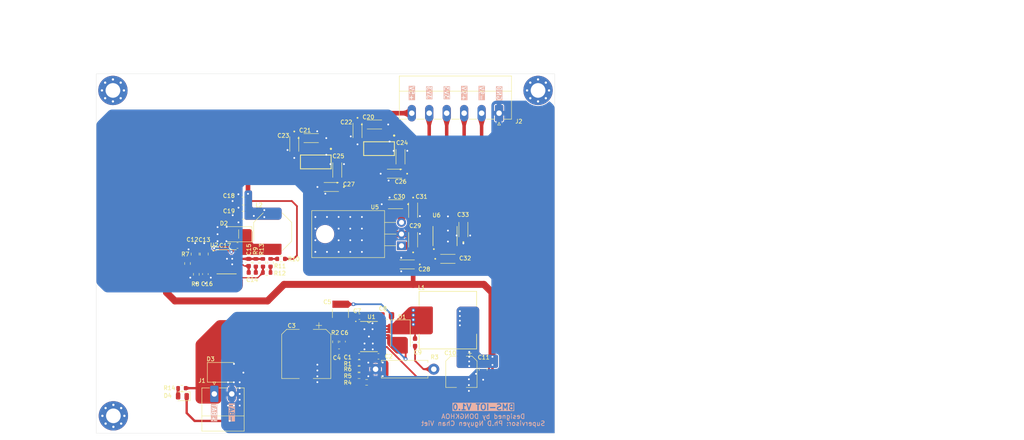
<source format=kicad_pcb>
(kicad_pcb (version 20240108) (generator "pcbnew") (generator_version "8.0")
  (layers (0 "F.Cu" signal) (31 "B.Cu" signal) (34 "B.Paste" user) (35 "F.Paste" user) (36 "B.SilkS" user "B.Silkscreen") (37 "F.SilkS" user "F.Silkscreen") (38 "B.Mask" user) (39 "F.Mask" user) (44 "Edge.Cuts" user))
  (net 0 "")
  (net 1 "GND")
  (net 2 "+BATT")
  (net 3 "Net-(U1-RT)")
  (net 4 "Net-(U1-RAMP)")
  (net 5 "Net-(D4-A)")
  (net 7 "Net-(U1-SS)")
  (net 8 "Net-(C4-Pad2)")
  (net 10 "Net-(U1-COMP)")
  (net 11 "Net-(U1-VCC)")
  (net 12 "Net-(U1-BST)")
  (net 13 "Net-(D1-K)")
  (net 14 "Net-(C9-Pad1)")
  (net 15 "+12V")
  (net 16 "Net-(U2-COMP)")
  (net 17 "Net-(C14-Pad1)")
  (net 18 "Net-(U2-SS)")
  (net 19 "Net-(D2-K)")
  (net 20 "Net-(U2-BOOT)")
  (net 21 "+5V")
  (net 22 "+3V3_O")
  (net 23 "A_Diode")
  (net 24 "+9V")
  (net 25 "Net-(U6-CAP+)")
  (net 26 "Net-(U6-CAP-)")
  (net 27 "-9V")
  (net 28 "+3V3")
  (net 29 "Net-(R4-Pad1)")
  (net 30 "Net-(U1-FB)")
  (net 31 "Net-(U2-EN)")
  (net 32 "Net-(R10-Pad1)")
  (net 33 "Net-(R11-Pad1)")
  (net 34 "Net-(U2-VSENSE)")
  (footprint "charge_battery_footprint_lib:Ceramic_Cap_0805" (layer "F.Cu") (at 60.536656 86.987644 -90)
    (property "Reference" "C12")
    (property "Value" "4.7uF/50V")
  )
  (footprint "charge_battery_footprint_lib:Ceramic_Cap_0805" (layer "F.Cu") (at 71.061056 78.563644)
    (property "Reference" "C19")
    (property "Value" "47uF/6.3V")
  )
  (footprint "charge_battery_footprint_lib:Ceramic_Cap_0603" (layer "F.Cu") (at 100.579456 109.300944)
    (property "Reference" "C2")
    (property "Value" "10nF/100V")
  )
  (footprint "MountingHole:MountingHole_3.2mm_M3_Pad_Via" (layer "F.Cu") (at 42.6482 51.287344)
    (property "Reference" "H1")
    (property "Value" "MountingHole")
  )
  (footprint "charge_battery_footprint_lib:Res_0603" (layer "F.Cu") (at 59.532456 90.412444 90)
    (property "Reference" "R7")
    (property "Value" "100K/1%/1_10W" (hide yes))
  )
  (footprint "charge_battery_footprint_lib:Ceramic_Cap_0603" (layer "F.Cu") (at 69.833056 85.120144)
    (property "Reference" "C17")
    (property "Value" "100nF/16V")
  )
  (footprint "charge_battery_footprint_lib:Ceramic_Cap_0603" (layer "F.Cu") (at 92.756256 106.082942 90)
    (property "Reference" "C6")
    (property "Value" "NU")
  )
  (footprint "charge_battery_footprint_lib:SOIC-8" (layer "F.Cu") (at 67.445456 88.676144)
    (property "Reference" "U2")
    (property "Value" "TPS54331DR")
  )
  (footprint "Capacitor_SMD:CP_Elec_6.3x5.4" (layer "F.Cu") (at 118.677256 112.679144 -90)
    (property "Reference" "C10")
    (property "Value" "100uF/16V")
  )
  (footprint "charge_battery_footprint_lib:Res_Hole_2W" (layer "F.Cu") (at 98.532156 114.112844)
    (property "Reference" "R3")
    (property "Value" "10R/5%/2W" (hide yes))
  )
  (footprint "charge_battery_footprint_lib:Ceramic_Cap_0603" (layer "F.Cu") (at 72.271456 88.816144 -90)
    (property "Reference" "C15")
    (property "Value" "39pF/50V")
  )
  (footprint "charge_battery_footprint_lib:D_SMA" (layer "F.Cu") (at 69.452056 82.656344 180)
    (property "Reference" "D2")
    (property "Value" "SS54")
  )
  (footprint "charge_battery_footprint_lib:Tan_Cap_A" (layer "F.Cu") (at 120.109956 83.938594 90)
    (property "Reference" "C33")
    (property "Value" "10uF/16V")
  )
  (footprint "charge_battery_footprint_lib:Ceramic_Cap_0603" (layer "F.Cu") (at 96.439856 100.639544)
    (property "Reference" "C7")
    (property "Value" "470nF/16V")
  )
  (footprint "charge_battery_footprint_lib:Res_0603" (layer "F.Cu") (at 61.447056 92.764944 90)
    (property "Reference" "R8")
    (property "Value" "20K/1%/1_10W" (hide yes))
  )
  (footprint "charge_battery_footprint_lib:Tan_Cap_A" (layer "F.Cu") (at 107.150356 75.114444 -90)
    (property "Reference" "C31")
    (property "Value" "10uF/16V")
  )
  (footprint "charge_battery_footprint_lib:Tan_Cap_A" (layer "F.Cu") (at 92.593706 70.959544 90)
    (property "Reference" "C25")
    (property "Value" "10uF/16V")
  )
  (footprint "charge_battery_footprint_lib:Res_0603" (layer "F.Cu") (at 97.734456 110.076544 180)
    (property "Reference" "R1")
    (property "Value" "20K/1%/1_10W" (hide yes))
  )
  (footprint "charge_battery_footprint_lib:Res_0603" (layer "F.Cu") (at 74.850056 91.647944)
    (property "Reference" "R12")
    (property "Value" "49.9K/1%/1_10W" (hide yes))
  )
  (footprint "charge_battery_footprint_lib:Ceramic_Cap_0603" (layer "F.Cu") (at 73.046456 91.038344 180)
    (property "Reference" "C14")
    (property "Value" "4.7nF/50V")
  )
  (footprint "charge_battery_footprint_lib:Ceramic_Cap_0603" (layer "F.Cu") (at 108.568056 106.252944 90)
    (property "Reference" "C9")
    (property "Value" "330pF/100V")
  )
  (footprint "charge_battery_footprint_lib:SOT-223" (layer "F.Cu") (at 100.725844 63.764335 -90)
    (property "Reference" "U3" (hide yes))
    (property "Value" "LD1117S33CTR_SOT223" (hide yes))
  )
  (footprint "charge_battery_footprint_lib:D_SMB" (layer "F.Cu") (at 105.367656 105.008344 -90)
    (property "Reference" "D1")
    (property "Value" "CMSH3-100M TR13")
  )
  (footprint "charge_battery_footprint_lib:Tan_Cap_A" (layer "F.Cu") (at 92.593706 71.355244 180)
    (property "Reference" "C27")
    (property "Value" "1uF/16V")
  )
  (footprint "charge_battery_footprint_lib:SOIC-8" (layer "F.Cu") (at 115.108056 83.062744 90)
    (property "Reference" "U6")
    (property "Value" "ICL7662CBA")
  )
  (footprint "charge_battery_footprint_lib:Res_0603" (layer "F.Cu") (at 73.211856 87.507344 -90)
    (property "Reference" "R9")
    (property "Value" "30K/1%/1_10W" (hide yes))
  )
  (footprint "charge_battery_footprint_lib:Tan_Cap_A" (layer "F.Cu") (at 106.606056 75.114444 180)
    (property "Reference" "C30")
    (property "Value" "1uF/16V")
  )
  (footprint "charge_battery_footprint_lib:LED_0805" (layer "F.Cu") (at 57.805656 118.013144 180)
    (property "Reference" "D4")
    (property "Value" "LED_0805")
  )
  (footprint "charge_battery_footprint_lib:Res_0603" (layer "F.Cu") (at 77.642656 90.224944 90)
    (property "Reference" "R11")
    (property "Value" "2.49K/1%/1_10W" (hide yes))
  )
  (footprint "Package_TO_SOT_THT:TO-220-3_Horizontal_TabDown" (layer "F.Cu") (at 105.606056 85.170944 90)
    (property "Reference" "U5")
    (property "Value" "L7809CV")
  )
  (footprint "charge_battery_footprint_lib:Res_0603" (layer "F.Cu") (at 74.774256 87.507344 -90)
    (property "Reference" "R13")
    (property "Value" "10K/1%/1_10W" (hide yes))
  )
  (footprint "charge_battery_footprint_lib:Ceramic_Cap_0805" (layer "F.Cu") (at 123.477856 112.095144 90)
    (property "Reference" "C11")
    (property "Value" "22uF/16V")
  )
  (footprint "charge_battery_footprint_lib:Tan_Cap_A" (layer "F.Cu") (at 109.150356 86.170944 90)
    (property "Reference" "C29")
    (property "Value" "1uF/16V")
  )
  (footprint "charge_battery_footprint_lib:Res_0603" (layer "F.Cu") (at 59.051956 115.639144 180)
    (property "Reference" "R14")
    (property "Value" "10K/1%/1_10W" (hide yes))
  )
  (footprint "charge_battery_footprint_lib:Tan_Cap_A" (layer "F.Cu") (at 106.391956 68.062344 90)
    (property "Reference" "C24")
    (property "Value" "10uF/16V")
  )
  (footprint "Connector_Phoenix_MC:PhoenixContact_MC_1,5_6-G-3.81_1x06_P3.81mm_Horizontal" (layer "F.Cu") (at 126.899056 56.251844 180)
    (property "Reference" "J2")
    (property "Value" "POWER_CONN")
  )
  (footprint "charge_battery_footprint_lib:Inductor_6.8u_4.4A" (layer "F.Cu") (at 77.503856 82.124044 90)
    (property "Reference" "L2")
    (property "Value" "6.8u/4.4A")
  )
  (footprint "charge_battery_footprint_lib:D_SMB" (layer "F.Cu") (at 66.915256 112.792244)
    (property "Reference" "D3")
    (property "Value" "CMSH3-100M TR13")
  )
  (footprint "charge_battery_footprint_lib:Res_0603" (layer "F.Cu") (at 96.643256 115.586544)
    (property "Reference" "R4")
    (property "Value" "2K/1%/1_10W" (hide yes))
  )
  (footprint "charge_battery_footprint_lib:IND_CDRH127_LDNP-470MC_SUM" (layer "F.Cu") (at 115.730856 101.401544)
    (property "Reference" "L1")
    (property "Value" "68uH 3.2A" (hide yes))
  )
  (footprint "charge_battery_footprint_lib:Tan_Cap_A" (layer "F.Cu") (at 106.391956 68.453935 180)
    (property "Reference" "C26")
    (property "Value" "1uF/16V")
  )
  (footprint "Connector_Phoenix_MC:PhoenixContact_MC_1,5_2-G-3.81_1x02_P3.81mm_Horizontal" (layer "F.Cu") (at 64.765256 117.505144)
    (property "Reference" "J1")
    (property "Value" "BAT")
  )
  (footprint "charge_battery_footprint_lib:HTSSOP-20" (layer "F.Cu") (at 98.509656 104.982944)
    (property "Reference" "U1")
    (property "Value" "LM5576MHX/NOPB")
  )
  (footprint "charge_battery_footprint_lib:Res_0603" (layer "F.Cu") (at 94.992256 114.125144)
    (property "Reference" "R5")
    (property "Value" "6.8K/1%/1_10W" (hide yes))
  )
  (footprint "charge_battery_footprint_lib:Ceramic_Cap_0805" (layer "F.Cu") (at 102.375956 100.440344)
    (property "Reference" "C8")
    (property "Value" "22nF/100V")
  )
  (footprint "charge_battery_footprint_lib:Tan_Cap_A" (layer "F.Cu") (at 83.608006 62.690044)
    (property "Reference" "C21")
    (property "Value" "10uF/16V")
  )
  (footprint "charge_battery_footprint_lib:Ceramic_Cap_0603" (layer "F.Cu") (at 91.981256 108.284944 180)
    (property "Reference" "C4")
    (property "Value" "10nF/100V")
  )
  (footprint "charge_battery_footprint_lib:Tan_Cap_A" (layer "F.Cu") (at 113.424056 89.029844)
    (property "Reference" "C32")
    (property "Value" "10uF/16V")
  )
  (footprint "MountingHole:MountingHole_3.2mm_M3_Pad_Via" (layer "F.Cu") (at 42.7482 122.287344)
    (property "Reference" "H2")
    (property "Value" "MountingHole")
  )
  (footprint "charge_battery_footprint_lib:Res_0603" (layer "F.Cu") (at 97.709056 111.485344 180)
    (property "Reference" "R6")
    (property "Value" "1K/1%/1_10W" (hide yes))
  )
  (footprint "charge_battery_footprint_lib:Tan_Cap_A" (layer "F.Cu") (at 81.214494 60.690044 -90)
    (property "Reference" "C23")
    (property "Value" "1uF/16V")
  )
  (footprint "Capacitor_SMD:CP_Elec_10x10.5" (layer "F.Cu") (at 84.831256 108.783444 -90)
    (property "Reference" "C3")
    (property "Value" "100uF/63V")
  )
  (footprint "charge_battery_footprint_lib:Ceramic_Cap_0603" (layer "F.Cu") (at 62.818656 91.356144 90)
    (property "Reference" "C16")
    (property "Value" "10nF/50V")
  )
  (footprint "MountingHole:MountingHole_3.2mm_M3_Pad_Via" (layer "F.Cu") (at 135.402656 51.287344)
    (property "Reference" "H3")
    (property "Value" "MountingHole")
  )
  (footprint "charge_battery_footprint_lib:SOT-223" (layer "F.Cu") (at 86.927594 66.661535 -90)
    (property "Reference" "U4" (hide yes))
    (property "Value" "LD1117S33CTR_SOT223" (hide yes))
  )
  (footprint "charge_battery_footprint_lib:Tan_Cap_A" (layer "F.Cu") (at 109.150356 88.246244 180)
    (property "Reference" "C28")
    (property "Value" "10uF/16V")
  )
  (footprint "charge_battery_footprint_lib:Ceramic_Cap_1812" (layer "F.Cu") (at 92.286656 99.953744 -90)
    (property "Reference" "C5")
    (property "Value" "100nF/1KV")
  )
  (footprint "charge_battery_footprint_lib:Tan_Cap_A" (layer "F.Cu") (at 97.406256 59.718244)
    (property "Reference" "C22")
    (property "Value" "1uF/16V")
  )
  (footprint "charge_battery_footprint_lib:Tan_Cap_A" (layer "F.Cu") (at 95.012744 57.718244 -90)
    (property "Reference" "C20")
    (property "Value" "10uF/16V")
  )
  (footprint "charge_battery_footprint_lib:Res_0603" (layer "F.Cu") (at 91.815856 107.491742 90)
    (property "Reference" "R2")
    (property "Value" "49.9K/1%/1_10W" (hide yes))
  )
  (footprint "charge_battery_footprint_lib:Ceramic_Cap_0805" (layer "F.Cu") (at 71.061056 75.468144)
    (property "Reference" "C18")
    (property "Value" "47uF/6.3V")
  )
  (footprint "charge_battery_footprint_lib:Ceramic_Cap_0603" (layer "F.Cu") (at 96.376056 109.300944 180)
    (property "Reference" "C1")
    (property "Value" "680pF/100V")
  )
  (footprint "charge_battery_footprint_lib:Ceramic_Cap_0805" (layer "F.Cu") (at 62.517856 86.987644 -90)
    (property "Reference" "C13")
    (property "Value" "100nF/50V")
  )
  (footprint "charge_battery_footprint_lib:Res_0603" (layer "F.Cu") (at 77.974656 88.650744)
    (property "Reference" "R10")
    (property "Value" "0/1%/1_10W" (hide yes))
  )
  (gr_rect (start 39.0264 47.670744) (end 139.0264 126.080744) (stroke (width 0.05)) (fill none) (layer "Edge.Cuts"))
  (gr_text "BMS-IOT V1.0" (at 130.398856 121.137344 0) (layer "B.SilkS" knockout) (effects (font (size 1.27 1.27) (thickness 0.254) (bold yes)) (justify left bottom mirror)))
  (gr_text "Supervisor: Ph.D Nguyen Chan Viet" (at 137.027045 124.540944 0) (layer "B.SilkS") (effects (font (size 1.016 1.016) (thickness 0.1524) (bold yes)) (justify left bottom mirror)))
  (gr_text "-9V" (at 122.474056 53.573344 -90) (layer "B.SilkS" knockout) (effects (font (size 1.016 1.016) (thickness 0.1524)) (justify left bottom mirror)))
  (gr_text "Designed by DONGKHOA" (at 132.648569 123.016944 0) (layer "B.SilkS") (effects (font (size 1.016 1.016) (thickness 0.1524) (bold yes)) (justify left bottom mirror)))
  (gr_text "3V3" (at 111.044056 53.283058 -90) (layer "B.SilkS" knockout) (effects (font (size 1.016 1.016) (thickness 0.1524)) (justify left bottom mirror)))
  (gr_text "-BAT" (at 67.940256 123.677344 270) (layer "B.SilkS" knockout) (effects (font (size 1.016 1.016) (thickness 0.1524)) (justify left bottom mirror)))
  (gr_text "+5V" (at 107.234056 53.573344 -90) (layer "B.SilkS" knockout) (effects (font (size 1.016 1.016) (thickness 0.1524)) (justify left bottom mirror)))
  (gr_text "+9V" (at 118.664056 53.573344 -90) (layer "B.SilkS" knockout) (effects (font (size 1.016 1.016) (thickness 0.1524)) (justify left bottom mirror)))
  (gr_text "3V3" (at 114.854056 53.283058 -90) (layer "B.SilkS" knockout) (effects (font (size 1.016 1.016) (thickness 0.1524)) (justify left bottom mirror)))
  (gr_text "+BAT" (at 64.079456 123.677344 270) (layer "B.SilkS" knockout) (effects (font (size 1.016 1.016) (thickness 0.1524)) (justify left bottom mirror)))
  (gr_text "GND" (at 126.284056 53.573344 -90) (layer "B.SilkS" knockout) (effects (font (size 1.016 1.016) (thickness 0.1524)) (justify left bottom mirror)))
  (segment (start 115.743056 80.338594) (end 115.743056 78.770144) (width 0.508) (layer "F.Cu") (net 1))
  (segment (start 89.200056 61.690044) (end 90.839756 61.690044) (width 1.016) (layer "F.Cu") (net 1))
  (segment (start 115.743056 80.338594) (end 115.743056 81.868944) (width 0.508) (layer "F.Cu") (net 1))
  (segment (start 90.839756 61.690044) (end 91.593706 62.443994) (width 1.016) (layer "F.Cu") (net 1))
  (segment (start 105.391956 59.605244) (end 105.391956 60.913944) (width 1.016) (layer "F.Cu") (net 1))
  (segment (start 62.718656 92.231144) (end 62.818656 92.131144) (width 0.254) (layer "F.Cu") (net 1))
  (segment (start 90.114456 67.359544) (end 91.593706 67.359544) (width 0.508) (layer "F.Cu") (net 1))
  (segment (start 103.006056 82.630944) (end 103.006056 88.461344) (width 1.016) (layer "F.Cu") (net 1))
  (segment (start 99.448857 106.607945) (end 99.347856 106.506944) (width 0.381) (layer "F.Cu") (net 1))
  (segment (start 89.208006 63.809544) (end 91.593706 63.809544) (width 1.016) (layer "F.Cu") (net 1))
  (segment (start 87.218856 61.679194) (end 87.208006 61.690044) (width 0.508) (layer "F.Cu") (net 1))
  (segment (start 102.791956 69.453935) (end 102.791956 70.946944) (width 0.508) (layer "F.Cu") (net 1))
  (segment (start 102.712856 58.718244) (end 104.504956 58.718244) (width 1.016) (layer "F.Cu") (net 1))
  (segment (start 94.534056 61.318244) (end 96.012744 61.318244) (width 0.508) (layer "F.Cu") (net 1))
  (segment (start 99.484658 105.957946) (end 101.354456 105.957946) (width 0.381) (layer "F.Cu") (net 1))
  (segment (start 103.906656 64.462344) (end 105.391956 64.462344) (width 0.508) (layer "F.Cu") (net 1))
  (segment (start 108.150356 78.714444) (end 109.621656 78.714444) (width 0.762) (layer "F.Cu") (net 1))
  (segment (start 101.290456 76.114444) (end 103.006056 76.114444) (width 0.762) (layer "F.Cu") (net 1))
  (segment (start 58.743156 118.013144) (end 58.743156 121.668444) (width 0.508) (layer "F.Cu") (net 1))
  (segment (start 91.593706 67.359544) (end 93.060856 67.359544) (width 0.508) (layer "F.Cu") (net 1))
  (segment (start 87.208006 61.690044) (end 89.200056 61.690044) (width 1.016) (layer "F.Cu") (net 1))
  (segment (start 108.150356 78.714444) (end 108.150356 82.570944) (width 1.016) (layer "F.Cu") (net 1))
  (segment (start 101.006256 58.718244) (end 102.712856 58.718244) (width 1.016) (layer "F.Cu") (net 1))
  (segment (start 89.208006 65.333544) (end 89.208006 63.809544) (width 0.508) (layer "F.Cu") (net 1))
  (segment (start 58.743156 121.668444) (end 60.472656 123.397944) (width 0.508) (layer "F.Cu") (net 1))
  (segment (start 87.218856 60.202744) (end 87.218856 61.679194) (width 0.508) (layer "F.Cu") (net 1))
  (segment (start 102.791956 69.453935) (end 101.061856 69.453935) (width 0.508) (layer "F.Cu") (net 1))
  (segment (start 97.175256 112.094944) (end 97.175256 110.711544) (width 0.508) (layer "F.Cu") (net 1))
  (segment (start 60.837456 92.231144) (end 62.718656 92.231144) (width 0.254) (layer "F.Cu") (net 1))
  (segment (start 105.606056 82.630944) (end 103.006056 82.630944) (width 1.016) (layer "F.Cu") (net 1))
  (segment (start 119.109956 82.938594) (end 120.594456 82.938594) (width 0.508) (layer "F.Cu") (net 1))
  (segment (start 70.169606 88.041144) (end 72.271456 88.041144) (width 0.508) (layer "F.Cu") (net 1))
  (segment (start 115.743056 85.786894) (end 115.743056 84.256544) (width 0.508) (layer "F.Cu") (net 1))
  (segment (start 82.214494 64.290044) (end 80.741856 64.290044) (width 0.508) (layer "F.Cu") (net 1))
  (segment (start 119.109956 82.938594) (end 119.109956 84.662944) (width 0.508) (layer "F.Cu") (net 1))
  (segment (start 95.664856 107.907942) (end 96.757056 107.907942) (width 0.381) (layer "F.Cu") (net 1))
  (segment (start 123.427056 113.116644) (end 123.427056 114.406344) (width 0.508) (layer "F.Cu") (net 1))
  (segment (start 103.006056 74.655344) (end 103.006056 76.114444) (width 0.762) (layer "F.Cu") (net 1))
  (segment (start 101.100181 58.704144) (end 101.020356 58.704144) (width 1.016) (layer "F.Cu") (net 1))
  (segment (start 62.568656 85.966144) (end 60.587456 85.966144) (width 0.508) (layer "F.Cu") (net 1))
  (segment (start 82.214494 64.290044) (end 82.214494 66.019344) (width 0.508) (layer "F.Cu") (net 1))
  (segment (start 106.878456 64.462344) (end 105.391956 64.462344) (width 0.508) (layer "F.Cu") (net 1))
  (segment (start 105.550356 90.758944) (end 105.550356 89.246244) (width 0.762) (layer "F.Cu") (net 1))
  (segment (start 108.090356 82.630944) (end 108.150356 82.570944) (width 1.016) (layer "F.Cu") (net 1))
  (segment (start 72.271456 88.041144) (end 73.821456 88.041144) (width 0.381) (layer "F.Cu") (net 1))
  (segment (start 97.544456 107.120542) (end 97.544456 106.506944) (width 0.381) (layer "F.Cu") (net 1))
  (segment (start 117.648056 82.938594) (end 119.109956 82.938594) (width 0.508) (layer "F.Cu") (net 1))
  (segment (start 105.390356 60.912344) (end 105.391956 60.913944) (width 1.016) (layer "F.Cu") (net 1))
  (segment (start 123.427056 113.116644) (end 121.864456 113.116644) (width 0.508) (layer "F.Cu") (net 1))
  (segment (start 97.200656 109.350544) (end 97.151056 109.300944) (width 0.508) (layer "F.Cu") (net 1))
  (segment (start 91.593706 62.443994) (end 91.593706 63.809544) (width 1.016) (layer "F.Cu") (net 1))
  (segment (start 88.993706 72.355244) (end 88.993706 73.817144) (width 0.508) (layer "F.Cu") (net 1))
  (segment (start 88.993706 72.355244) (end 87.269656 72.355244) (width 0.508) (layer "F.Cu") (net 1))
  (segment (start 97.214856 103.078544) (end 97.519056 103.382744) (width 0.381) (layer "F.Cu") (net 1))
  (segment (start 96.757056 107.907942) (end 97.544456 107.120542) (width 0.381) (layer "F.Cu") (net 1))
  (segment (start 97.214856 100.639544) (end 97.214856 103.078544) (width 0.381) (layer "F.Cu") (net 1))
  (segment (start 101.354456 106.607945) (end 99.448857 106.607945) (width 0.381) (layer "F.Cu") (net 1))
  (segment (start 91.593706 63.809544) (end 91.593706 67.359544) (width 1.016) (layer "F.Cu") (net 1))
  (segment (start 73.821456 88.041144) (end 75.383856 88.041144) (width 0.381) (layer "F.Cu") (net 1))
  (segment (start 103.006056 76.114444) (end 103.006056 82.630944) (width 1.016) (layer "F.Cu") (net 1))
  (segment (start 105.550356 87.787144) (end 105.550356 89.246244) (width 0.762) (layer "F.Cu") (net 1))
  (segment (start 104.504956 58.718244) (end 105.391956 59.605244) (width 1.016) (layer "F.Cu") (net 1))
  (segment (start 60.472656 123.397944) (end 68.118056 123.397944) (width 0.508) (layer "F.Cu") (net 1))
  (segment (start 103.006256 60.912344) (end 105.390356 60.912344) (width 1.016) (layer "F.Cu") (net 1))
  (segment (start 103.790956 89.246244) (end 105.550356 89.246244) (width 1.016) (layer "F.Cu") (net 1))
  (segment (start 96.012744 61.318244) (end 96.012744 63.047544) (width 0.508) (layer "F.Cu") (net 1))
  (segment (start 108.150356 82.570944) (end 109.621656 82.570944) (width 0.762) (layer "F.Cu") (net 1))
  (segment (start 97.200656 110.686144) (end 97.200656 109.350544) (width 0.508) (layer "F.Cu") (net 1))
  (segment (start 103.006256 62.437944) (end 103.006256 60.912344) (width 0.508) (layer "F.Cu") (net 1))
  (segment (start 105.606056 82.630944) (end 108.090356 82.630944) (width 1.016) (layer "F.Cu") (net 1))
  (segment (start 101.020356 58.704144) (end 101.006256 58.718244) (width 1.016) (layer "F.Cu") (net 1))
  (segment (start 105.391956 60.913944) (end 105.391956 64.279719) (width 1.016) (layer "F.Cu") (net 1))
  (segment (start 97.175256 110.711544) (end 97.200656 110.686144) (width 0.508) (layer "F.Cu") (net 1))
  (segment (start 103.006056 88.461344) (end 103.790956 89.246244) (width 1.016) (layer "F.Cu") (net 1))
  (via (at 121.864456 113.116644) (size 0.8) (drill 0.4) (layers "F.Cu" "B.Cu") (net 1))
  (via (at 68.676856 89.230221) (size 0.8) (drill 0.4) (layers "F.Cu" "B.Cu") (net 1))
  (via (at 109.621656 78.714444) (size 0.8) (drill 0.4) (layers "F.Cu" "B.Cu") (net 1))
  (via (at 94.432456 78.897144) (size 0.8) (drill 0.4) (layers "F.Cu" "B.Cu") (net 1))
  (via (at 86.812456 78.897144) (size 0.8) (drill 0.4) (layers "F.Cu" "B.Cu") (net 1))
  (via (at 98.369456 110.672544) (size 0.8) (drill 0.4) (layers "F.Cu" "B.Cu") (net 1))
  (via (at 115.743056 84.256544) (size 0.8) (drill 0.4) (layers "F.Cu" "B.Cu") (net 1))
  (via (at 96.972456 86.517144) (size 0.8) (drill 0.4) (layers "F.Cu" "B.Cu") (net 1))
  (via (at 97.544456 106.506944) (size 0.8) (drill 0.4) (layers "F.Cu" "B.Cu") (net 1))
  (via (at 65.476456 84.180344) (size 0.8) (drill 0.4) (layers "F.Cu" "B.Cu") (net 1))
  (via (at 68.778456 78.516144) (size 0.8) (drill 0.4) (layers "F.Cu" "B.Cu") (net 1))
  (via (at 65.476456 82.656344) (size 0.8) (drill 0.4) (layers "F.Cu" "B.Cu") (net 1))
  (via (at 96.972456 83.977144) (size 0.8) (drill 0.4) (layers "F.Cu" "B.Cu") (net 1))
  (via (at 70.302456 116.235144) (size 0.8) (drill 0.4) (layers "F.Cu" "B.Cu") (net 1))
  (via (at 120.315056 114.304744) (size 0.8) (drill 0.4) (layers "F.Cu" "B.Cu") (net 1))
  (via (at 69.032456 114.965144) (size 0.8) (drill 0.4) (layers "F.Cu" "B.Cu") (net 1))
  (via (at 89.208006 65.333544) (size 0.8) (drill 0.4) (layers "F.Cu" "B.Cu") (net 1))
  (via (at 87.218856 60.202744) (size 0.8) (drill 0.4) (layers "F.Cu" "B.Cu") (net 1))
  (via (at 87.256456 114.930445) (size 0.8) (drill 0.4) (layers "F.Cu" "B.Cu") (net 1))
  (via (at 67.533856 88.015744) (size 0.8) (drill 0.4) (layers "F.Cu" "B.Cu") (net 1))
  (via (at 94.432456 81.437144) (size 0.8) (drill 0.4) (layers "F.Cu" "B.Cu") (net 1))
  (via (at 117.648056 82.938594) (size 0.8) (drill 0.4) (layers "F.Cu" "B.Cu") (net 1))
  (via (at 101.519056 110.647144) (size 0.8) (drill 0.4) (layers "F.Cu" "B.Cu") (net 1))
  (via (at 60.587456 84.612144) (size 0.8) (drill 0.4) (layers "F.Cu" "B.Cu") (net 1))
  (via (at 86.812456 83.977144) (size 0.8) (drill 0.4) (layers "F.Cu" "B.Cu") (net 1))
  (via (at 96.972456 81.437144) (size 0.8) (drill 0.4) (layers "F.Cu" "B.Cu") (net 1))
  (via (at 99.283856 102.087344) (size 0.8) (drill 0.4) (layers "F.Cu" "B.Cu") (net 1))
  (via (at 87.256456 112.390445) (size 0.8) (drill 0.4) (layers "F.Cu" "B.Cu") (net 1))
  (via (at 68.676856 88.015744) (size 0.8) (drill 0.4) (layers "F.Cu" "B.Cu") (net 1))
  (via (at 87.256456 113.660445) (size 0.8) (drill 0.4) (layers "F.Cu" "B.Cu") (net 1))
  (via (at 91.892456 86.517144) (size 0.8) (drill 0.4) (layers "F.Cu" "B.Cu") (net 1))
  (via (at 98.509656 104.982944) (size 0.8) (drill 0.4) (layers "F.Cu" "B.Cu") (net 1))
  (via (at 97.531256 107.776944) (size 0.8) (drill 0.4) (layers "F.Cu" "B.Cu") (net 1))
  (via (at 67.762456 120.045144) (size 0.8) (drill 0.4) (layers "F.Cu" "B.Cu") (net 1))
  (via (at 89.352456 86.517144) (size 0.8) (drill 0.4) (layers "F.Cu" "B.Cu") (net 1))
  (via (at 70.048456 76.865144) (size 0.8) (drill 0.4) (layers "F.Cu" "B.Cu") (net 1))
  (via (at 105.550356 87.787144) (size 0.8) (drill 0.4) (layers "F.Cu" "B.Cu") (net 1))
  (via (at 105.550356 90.758944) (size 0.8) (drill 0.4) (layers "F.Cu" "B.Cu") (net 1))
  (via (at 64.003256 92.130544) (size 0.8) (drill 0.4) (layers "F.Cu" "B.Cu") (net 1))
  (via (at 103.006056 74.655344) (size 0.8) (drill 0.4) (layers "F.Cu" "B.Cu") (net 1))
  (via (at 70.302456 117.505144) (size 0.8) (drill 0.4) (layers "F.Cu" "B.Cu") (net 1))
  (via (at 69.032456 120.045144) (size 0.8) (drill 0.4) (layers "F.Cu" "B.Cu") (net 1))
  (via (at 96.012744 63.047544) (size 0.8) (drill 0.4) (layers "F.Cu" "B.Cu") (net 1))
  (via (at 90.114456 67.359544) (size 0.8) (drill 0.4) (layers "F.Cu" "B.Cu") (net 1))
  (via (at 70.302456 114.965144) (size 0.8) (drill 0.4) (layers "F.Cu" "B.Cu") (net 1))
  (via (at 97.519056 103.382744) (size 0.8) (drill 0.4) (layers "F.Cu" "B.Cu") (net 1))
  (via (at 86.812456 81.437144) (size 0.8) (drill 0.4) (layers "F.Cu" "B.Cu") (net 1))
  (via (at 115.743056 78.770144) (size 0.8) (drill 0.4) (layers "F.Cu" "B.Cu") (net 1))
  (via (at 60.837456 93.400544) (size 0.8) (drill 0.4) (layers "F.Cu" "B.Cu") (net 1))
  (via (at 91.892456 83.977144) (size 0.8) (drill 0.4) (layers "F.Cu" "B.Cu") (net 1))
  (via (at 89.200056 61.690044) (size 0.8) (drill 0.4) (layers "F.Cu" "B.Cu") (net 1))
  (via (at 102.712856 58.718244) (size 0.8) (drill 0.4) (layers "F.Cu" "B.Cu") (net 1))
  (via (at 99.297056 103.382744) (size 0.8) (drill 0.4) (layers "F.Cu" "B.Cu") (net 1))
  (via (at 91.892456 78.897144) (size 0.8) (drill 0.4) (layers "F.Cu" "B.Cu") (net 1))
  (via (at 94.432456 86.517144) (size 0.8) (drill 0.4) (layers "F.Cu" "B.Cu") (net 1))
  (via (at 120.315056 116.844744) (size 0.8) (drill 0.4) (layers "F.Cu" "B.Cu") (net 1))
  (via (at 99.334656 107.776944) (size 0.8) (drill 0.4) (layers "F.Cu" "B.Cu") (net 1))
  (via (at 65.476456 81.106944) (size 0.8) (drill 0.4) (layers "F.Cu" "B.Cu") (net 1))
  (via (at 88.993706 73.817144) (size 0.8) (drill 0.4) (layers "F.Cu" "B.Cu") (net 1))
  (via (at 106.878456 64.462344) (size 0.8) (drill 0.4) (layers "F.Cu" "B.Cu") (net 1))
  (via (at 103.906656 64.462344) (size 0.8) (drill 0.4) (layers "F.Cu" "B.Cu") (net 1))
  (via (at 59.532856 92.131144) (size 0.8) (drill 0.4) (layers "F.Cu" "B.Cu") (net 1))
  (via (at 71.115256 112.856944) (size 0.8) (drill 0.4) (layers "F.Cu" "B.Cu") (net 1))
  (via (at 70.023056 73.944144) (size 0.8) (drill 0.4) (layers "F.Cu" "B.Cu") (net 1))
  (via (at 120.594456 82.938594) (size 0.8) (drill 0.4) (layers "F.Cu" "B.Cu") (net 1))
  (via (at 62.818656 93.400544) (size 0.8) (drill 0.4) (layers "F.Cu" "B.Cu") (net 1))
  (via (at 91.892456 81.437144) (size 0.8) (drill 0.4) (layers "F.Cu" "B.Cu") (net 1))
  (via (at 68.753056 75.417344) (size 0.8) (drill 0.4) (layers "F.Cu" "B.Cu") (net 1))
  (via (at 89.352456 78.897144) (size 0.8) (drill 0.4) (layers "F.Cu" "B.Cu") (net 1))
  (via (at 69.057856 110.951944) (size 0.8) (drill 0.4) (layers "F.Cu" "B.Cu") (net 1))
  (via (at 93.060856 67.359544) (size 0.8) (drill 0.4) (layers "F.Cu" "B.Cu") (net 1))
  (via (at 80.741856 64.290044) (size 0.8) (drill 0.4) (layers "F.Cu" "B.Cu") (net 1))
  (via (at 70.302456 118.775144) (size 0.8) (drill 0.4) (layers "F.Cu" "B.Cu") (net 1))
  (via (at 86.812456 86.517144) (size 0.8) (drill 0.4) (layers "F.Cu" "B.Cu") (net 1))
  (via (at 123.427056 114.406344) (size 0.8) (drill 0.4) (layers "F.Cu" "B.Cu") (net 1))
  (via (at 70.039556 80.065544) (size 0.8) (drill 0.4) (layers "F.Cu" "B.Cu") (net 1))
  (via (at 82.214494 66.019344) (size 0.8) (drill 0.4) (layers "F.Cu" "B.Cu") (net 1))
  (via (at 96.972456 78.897144) (size 0.8) (drill 0.4) (layers "F.Cu" "B.Cu") (net 1))
  (via (at 101.519056 113.618944) (size 0.8) (drill 0.4) (layers "F.Cu" "B.Cu") (net 1))
  (via (at 109.621656 82.570944) (size 0.8) (drill 0.4) (layers "F.Cu" "B.Cu") (net 1))
  (via (at 101.061856 69.453935) (size 0.8) (drill 0.4) (layers "F.Cu" "B.Cu") (net 1))
  (via (at 94.534056 61.318244) (size 0.8) (drill 0.4) (layers "F.Cu" "B.Cu") (net 1))
  (via (at 67.762456 114.965144) (size 0.8) (drill 0.4) (layers "F.Cu" "B.Cu") (net 1))
  (via (at 103.006256 62.437944) (size 0.8) (drill 0.4) (layers "F.Cu" "B.Cu") (net 1))
  (via (at 68.118056 123.397944) (size 0.8) (drill 0.4) (layers "F.Cu" "B.Cu") (net 1))
  (via (at 94.432456 83.977144) (size 0.8) (drill 0.4) (layers "F.Cu" "B.Cu") (net 1))
  (via (at 115.743056 81.868944) (size 0.8) (drill 0.4) (layers "F.Cu" "B.Cu") (net 1))
  (via (at 62.568656 84.612144) (size 0.8) (drill 0.4) (layers "F.Cu" "B.Cu") (net 1))
  (via (at 99.347856 106.506944) (size 0.8) (drill 0.4) (layers "F.Cu" "B.Cu") (net 1))
  (via (at 70.302456 120.045144) (size 0.8) (drill 0.4) (layers "F.Cu" "B.Cu") (net 1))
  (via (at 102.791956 70.946944) (size 0.8) (drill 0.4) (layers "F.Cu" "B.Cu") (net 1))
  (via (at 87.269656 72.355244) (size 0.8) (drill 0.4) (layers "F.Cu" "B.Cu") (net 1))
  (via (at 101.290456 76.114444) (size 0.8) (drill 0.4) (layers "F.Cu" "B.Cu") (net 1))
  (via (at 67.457656 81.056144) (size 0.8) (drill 0.4) (layers "F.Cu" "B.Cu") (net 1))
  (via (at 119.109956 84.662944) (size 0.8) (drill 0.4) (layers "F.Cu" "B.Cu") (net 1))
  (via (at 67.406856 84.180344) (size 0.8) (drill 0.4) (layers "F.Cu" "B.Cu") (net 1))
  (via (at 59.151856 85.966144) (size 0.8) (drill 0.4) (layers "F.Cu" "B.Cu") (net 1))
  (via (at 98.369456 113.644344) (size 0.8) (drill 0.4) (layers "F.Cu" "B.Cu") (net 1))
  (via (at 120.315056 115.574744) (size 0.8) (drill 0.4) (layers "F.Cu" "B.Cu") (net 1))
  (via (at 87.256456 111.120445) (size 0.8) (drill 0.4) (layers "F.Cu" "B.Cu") (net 1))
  (segment (start 95.664856 104.007945) (end 78.901454 104.007945) (width 0.381) (layer "F.Cu") (net 2))
  (segment (start 61.983056 116.248744) (end 61.996656 116.235144) (width 0.508) (layer "F.Cu") (net 2))
  (segment (start 58.518156 116.248744) (end 61.983056 116.248744) (width 0.508) (layer "F.Cu") (net 2))
  (segment (start 95.664856 103.357943) (end 79.551456 103.357943) (width 0.381) (layer "F.Cu") (net 2))
  (segment (start 93.721256 107.065744) (end 93.721256 110.176744) (width 0.381) (layer "F.Cu") (net 3))
  (segment (start 94.230656 110.686144) (end 95.550656 110.686144) (width 0.381) (layer "F.Cu") (net 3))
  (segment (start 93.721256 110.176744) (end 94.230656 110.686144) (width 0.381) (layer "F.Cu") (net 3))
  (segment (start 95.664856 106.607942) (end 94.179058 106.607942) (width 0.381) (layer "F.Cu") (net 3))
  (segment (start 94.179058 106.607942) (end 93.721256 107.065744) (width 0.381) (layer "F.Cu") (net 3))
  (segment (start 94.305456 108.996144) (end 94.610256 109.300944) (width 0.381) (layer "F.Cu") (net 4))
  (segment (start 95.664856 107.257943) (end 94.494257 107.257943) (width 0.381) (layer "F.Cu") (net 4))
  (segment (start 94.610256 109.300944) (end 95.601056 109.300944) (width 0.381) (layer "F.Cu") (net 4))
  (segment (start 94.494257 107.257943) (end 94.305456 107.446744) (width 0.381) (layer "F.Cu") (net 4))
  (segment (start 94.305456 107.446744) (end 94.305456 108.996144) (width 0.381) (layer "F.Cu") (net 4))
  (segment (start 56.868156 116.248744) (end 56.868156 118.013144) (width 0.508) (layer "F.Cu") (net 5))
  (segment (start 101.354456 109.300944) (end 101.354456 107.907944) (width 0.254) (layer "F.Cu") (net 7))
  (segment (start 91.206256 106.957942) (end 91.206256 108.284944) (width 0.254) (layer "F.Cu") (net 8))
  (segment (start 95.664856 105.307942) (end 92.756256 105.307942) (width 0.381) (layer "F.Cu") (net 10))
  (segment (start 92.756256 105.307942) (end 91.206256 105.307942) (width 0.381) (layer "F.Cu") (net 10))
  (segment (start 95.664856 100.639544) (end 95.664856 102.057944) (width 0.254) (layer "F.Cu") (net 11))
  (segment (start 101.354456 100.389544) (end 101.354456 102.057946) (width 0.381) (layer "F.Cu") (net 12))
  (segment (start 108.568056 105.477944) (end 108.568056 102.900144) (width 0.254) (layer "F.Cu") (net 13))
  (segment (start 101.354456 102.707945) (end 103.411856 102.707945) (width 0.381) (layer "F.Cu") (net 13))
  (segment (start 104.218055 104.007945) (end 105.367656 102.858344) (width 0.254) (layer "F.Cu") (net 13))
  (segment (start 104.868054 103.357946) (end 105.367656 102.858344) (width 0.254) (layer "F.Cu") (net 13))
  (segment (start 103.411856 102.707945) (end 105.217257 102.707945) (width 0.254) (layer "F.Cu") (net 13))
  (segment (start 103.429456 102.690345) (end 103.411856 102.707945) (width 0.254) (layer "F.Cu") (net 13))
  (segment (start 105.217257 102.707945) (end 105.367656 102.858344) (width 0.254) (layer "F.Cu") (net 13))
  (segment (start 101.354456 103.357946) (end 104.868054 103.357946) (width 0.381) (layer "F.Cu") (net 13))
  (segment (start 101.354456 104.007945) (end 104.218055 104.007945) (width 0.381) (layer "F.Cu") (net 13))
  (segment (start 103.429456 100.389544) (end 103.429456 102.690345) (width 0.381) (layer "F.Cu") (net 13))
  (via (at 108.187056 100.309344) (size 0.8) (drill 0.4) (layers "F.Cu" "B.Cu") (net 13))
  (via (at 108.187056 101.325344) (size 0.8) (drill 0.4) (layers "F.Cu" "B.Cu") (net 13))
  (via (at 108.187056 99.242544) (size 0.8) (drill 0.4) (layers "F.Cu" "B.Cu") (net 13))
  (via (at 108.187056 102.341344) (size 0.8) (drill 0.4) (layers "F.Cu" "B.Cu") (net 13))
  (segment (start 110.407156 112.105244) (end 112.654556 112.105244) (width 0.381) (layer "F.Cu") (net 14))
  (segment (start 108.568056 107.027944) (end 108.568056 110.266144) (width 0.381) (layer "F.Cu") (net 14))
  (segment (start 108.568056 110.266144) (end 110.407156 112.105244) (width 0.381) (layer "F.Cu") (net 14))
  (segment (start 79.993056 93.603744) (end 108.136256 93.603744) (width 1.524) (layer "F.Cu") (net 15))
  (segment (start 124.697056 115.713944) (end 124.697056 111.180544) (width 0.381) (layer "F.Cu") (net 15))
  (segment (start 64.721306 88.041144) (end 62.568656 88.041144) (width 0.762) (layer "F.Cu") (net 15))
  (segment (start 123.591656 93.603744) (end 125.357456 95.369544) (width 1.524) (layer "F.Cu") (net 15))
  (segment (start 108.592056 114.976944) (end 113.203056 119.587944) (width 0.508) (layer "F.Cu") (net 15))
  (segment (start 56.167856 97.210544) (end 76.386256 97.210544) (width 1.524) (layer "F.Cu") (net 15))
  (segment (start 113.990956 118.825944) (end 121.585056 118.825944) (width 0.381) (layer "F.Cu") (net 15))
  (segment (start 108.150356 89.246244) (end 108.150356 93.589644) (width 1.016) (layer "F.Cu") (net 15))
  (segment (start 108.150356 85.170944) (end 105.606056 85.170944) (width 1.016) (layer "F.Cu") (net 15))
  (segment (start 121.585056 118.825944) (end 124.697056 115.713944) (width 0.381) (layer "F.Cu") (net 15))
  (segment (start 101.354456 107.257946) (end 102.422958 107.257946) (width 0.381) (layer "F.Cu") (net 15))
  (segment (start 102.422958 107.257946) (end 113.990956 118.825944) (width 0.381) (layer "F.Cu") (net 15))
  (segment (start 125.459056 116.425144) (end 125.459056 111.434544) (width 0.508) (layer "F.Cu") (net 15))
  (segment (start 58.098256 88.041144) (end 62.568656 88.041144) (width 1.016) (layer "F.Cu") (net 15))
  (segment (start 58.098256 88.041144) (end 55.558256 88.041144) (width 1.524) (layer "F.Cu") (net 15))
  (segment (start 54.339056 95.381744) (end 56.167856 97.210544) (width 1.524) (layer "F.Cu") (net 15))
  (segment (start 55.558256 88.041144) (end 54.339056 89.260344) (width 1.524) (layer "F.Cu") (net 15))
  (segment (start 108.136256 93.603744) (end 123.591656 93.603744) (width 1.524) (layer "F.Cu") (net 15))
  (segment (start 113.203056 119.587944) (end 122.296256 119.587944) (width 0.508) (layer "F.Cu") (net 15))
  (segment (start 54.339056 89.260344) (end 54.339056 95.381744) (width 1.524) (layer "F.Cu") (net 15))
  (segment (start 122.296256 119.587944) (end 125.459056 116.425144) (width 0.508) (layer "F.Cu") (net 15))
  (segment (start 76.386256 97.210544) (end 79.993056 93.603744) (width 1.524) (layer "F.Cu") (net 15))
  (segment (start 108.150356 93.589644) (end 108.136256 93.603744) (width 1.016) (layer "F.Cu") (net 15))
  (segment (start 108.150356 85.170944) (end 108.150356 89.246244) (width 1.016) (layer "F.Cu") (net 15))
  (segment (start 98.827056 114.976944) (end 108.592056 114.976944) (width 0.508) (layer "F.Cu") (net 15))
  (segment (start 125.357456 95.369544) (end 125.357456 110.189944) (width 1.524) (layer "F.Cu") (net 15))
  (via (at 120.379056 110.418544) (size 0.8) (drill 0.4) (layers "F.Cu" "B.Cu") (net 15))
  (via (at 125.459056 111.180544) (size 0.8) (drill 0.4) (layers "F.Cu" "B.Cu") (net 15))
  (via (at 120.379056 111.434544) (size 0.8) (drill 0.4) (layers "F.Cu" "B.Cu") (net 15))
  (via (at 120.379056 108.335744) (size 0.8) (drill 0.4) (layers "F.Cu" "B.Cu") (net 15))
  (via (at 118.347056 102.544544) (size 0.8) (drill 0.4) (layers "F.Cu" "B.Cu") (net 15))
  (via (at 118.347056 99.445744) (size 0.8) (drill 0.4) (layers "F.Cu" "B.Cu") (net 15))
  (via (at 118.347056 100.512544) (size 0.8) (drill 0.4) (layers "F.Cu" "B.Cu") (net 15))
  (via (at 125.459056 109.402544) (size 0.8) (drill 0.4) (layers "F.Cu" "B.Cu") (net 15))
  (via (at 118.347056 101.528544) (size 0.8) (drill 0.4) (layers "F.Cu" "B.Cu") (net 15))
  (via (at 120.379056 109.402544) (size 0.8) (drill 0.4) (layers "F.Cu" "B.Cu") (net 15))
  (segment (start 70.169606 89.311144) (end 71.001456 89.311144) (width 0.254) (layer "F.Cu") (net 16))
  (segment (start 72.271456 91.038344) (end 72.271456 89.591144) (width 0.254) (layer "F.Cu") (net 16))
  (segment (start 71.001456 89.311144) (end 71.281456 89.591144) (width 0.254) (layer "F.Cu") (net 16))
  (segment (start 71.281456 89.591144) (end 72.271456 89.591144) (width 0.254) (layer "F.Cu") (net 16))
  (segment (start 73.821456 91.038344) (end 73.821456 89.691144) (width 0.254) (layer "F.Cu") (net 17))
  (segment (start 62.818656 90.581144) (end 64.721306 90.581144) (width 0.254) (layer "F.Cu") (net 18))
  (segment (start 68.505656 86.535944) (end 69.058056 85.983544) (width 0.381) (layer "F.Cu") (net 20))
  (segment (start 69.058056 85.983544) (end 69.058056 85.120144) (width 0.381) (layer "F.Cu") (net 20))
  (segment (start 64.721306 86.771144) (end 64.721306 85.710694) (width 0.381) (layer "F.Cu") (net 20))
  (via (at 64.721306 85.710694) (size 0.8) (drill 0.4) (layers "F.Cu" "B.Cu") (net 20))
  (via (at 68.505656 86.535944) (size 0.8) (drill 0.4) (layers "F.Cu" "B.Cu") (net 20))
  (segment (start 67.680406 85.710694) (end 64.721306 85.710694) (width 0.381) (layer "B.Cu") (net 20))
  (segment (start 68.505656 86.535944) (end 67.680406 85.710694) (width 0.381) (layer "B.Cu") (net 20))
  (segment (start 82.214494 56.252406) (end 82.215056 56.251844) (width 0.762) (layer "F.Cu") (net 21))
  (segment (start 82.050456 88.041144) (end 82.799256 87.292344) (width 0.381) (layer "F.Cu") (net 21))
  (segment (start 82.799256 76.534944) (end 81.681656 75.417344) (width 0.381) (layer "F.Cu") (net 21))
  (segment (start 72.119056 73.842544) (end 72.119056 59.681544) (width 1.016) (layer "F.Cu") (net 21))
  (segment (start 82.799256 87.292344) (end 82.799256 76.534944) (width 0.381) (layer "F.Cu") (net 21))
  (segment (start 96.012744 56.257332) (end 96.007256 56.251844) (width 0.762) (layer "F.Cu") (net 21))
  (segment (start 96.007256 56.251844) (end 107.849056 56.251844) (width 1.016) (layer "F.Cu") (net 21))
  (segment (start 98.406256 58.718244) (end 98.406256 60.912344) (width 0.762) (layer "F.Cu") (net 21))
  (segment (start 75.548756 56.251844) (end 82.215056 56.251844) (width 1.016) (layer "F.Cu") (net 21))
  (segment (start 96.012744 58.718244) (end 96.012744 56.257332) (width 0.762) (layer "F.Cu") (net 21))
  (segment (start 82.215056 56.251844) (end 96.007256 56.251844) (width 1.016) (layer "F.Cu") (net 21))
  (segment (start 84.608006 61.690044) (end 84.608006 63.809544) (width 0.762) (layer "F.Cu") (net 21))
  (segment (start 80.158456 88.041144) (end 82.050456 88.041144) (width 0.381) (layer "F.Cu") (net 21))
  (segment (start 72.119056 59.681544) (end 75.548756 56.251844) (width 1.016) (layer "F.Cu") (net 21))
  (segment (start 81.681656 75.417344) (end 72.114556 75.417344) (width 0.381) (layer "F.Cu") (net 21))
  (segment (start 84.608006 61.690044) (end 82.214494 61.690044) (width 0.762) (layer "F.Cu") (net 21))
  (segment (start 98.406256 58.718244) (end 96.012744 58.718244) (width 0.762) (layer "F.Cu") (net 21))
  (segment (start 82.214494 61.690044) (end 82.214494 56.252406) (width 0.762) (layer "F.Cu") (net 21))
  (via (at 73.389056 78.668544) (size 0.8) (drill 0.4) (layers "F.Cu" "B.Cu") (net 21))
  (via (at 75.675056 78.922544) (size 0.8) (drill 0.4) (layers "F.Cu" "B.Cu") (net 21))
  (via (at 72.119056 73.842544) (size 0.8) (drill 0.4) (layers "F.Cu" "B.Cu") (net 21))
  (via (at 75.675056 77.398544) (size 0.8) (drill 0.4) (layers "F.Cu" "B.Cu") (net 21))
  (segment (start 112.923656 72.572544) (end 115.469056 70.027144) (width 0.762) (layer "F.Cu") (net 22))
  (segment (start 96.921656 72.572544) (end 112.923656 72.572544) (width 0.762) (layer "F.Cu") (net 22))
  (segment (start 94.308656 69.959544) (end 96.921656 72.572544) (width 0.762) (layer "F.Cu") (net 22))
  (segment (start 86.908006 63.809544) (end 86.908006 69.959544) (width 0.762) (layer "F.Cu") (net 22))
  (segment (start 91.593706 69.959544) (end 94.308656 69.959544) (width 0.762) (layer "F.Cu") (net 22))
  (segment (start 115.469056 70.027144) (end 115.469056 56.251844) (width 0.762) (layer "F.Cu") (net 22))
  (segment (start 91.593706 69.959544) (end 91.593706 72.355244) (width 0.762) (layer "F.Cu") (net 22))
  (segment (start 86.908006 69.959544) (end 91.593706 69.959544) (width 0.762) (layer "F.Cu") (net 22))
  (segment (start 101.354456 104.657946) (end 102.867258 104.657946) (width 0.381) (layer "F.Cu") (net 23))
  (segment (start 105.367656 107.158344) (end 106.510656 108.301344) (width 0.381) (layer "F.Cu") (net 23))
  (segment (start 106.510656 108.301344) (end 106.510656 109.910544) (width 0.381) (layer "F.Cu") (net 23))
  (segment (start 95.118256 97.936744) (end 92.286656 97.936744) (width 0.381) (layer "F.Cu") (net 23))
  (segment (start 101.354456 105.307945) (end 103.517257 105.307945) (width 0.381) (layer "F.Cu") (net 23))
  (via (at 95.118256 97.936744) (size 0.8) (drill 0.4) (layers "F.Cu" "B.Cu") (net 23))
  (via (at 106.510656 109.910544) (size 0.8) (drill 0.4) (layers "F.Cu" "B.Cu") (net 23))
  (segment (start 103.449456 106.849344) (end 106.510656 109.910544) (width 0.381) (layer "B.Cu") (net 23))
  (segment (start 103.449456 100.207744) (end 103.449456 106.849344) (width 0.381) (layer "B.Cu") (net 23))
  (segment (start 95.118256 97.936744) (end 101.178456 97.936744) (width 0.381) (layer "B.Cu") (net 23))
  (segment (start 101.178456 97.936744) (end 103.449456 100.207744) (width 0.381) (layer "B.Cu") (net 23))
  (segment (start 113.203056 80.338594) (end 113.203056 76.114444) (width 0.762) (layer "F.Cu") (net 24))
  (segment (start 115.020556 76.114444) (end 119.279056 71.855944) (width 0.762) (layer "F.Cu") (net 24))
  (segment (start 113.203056 76.114444) (end 115.020556 76.114444) (width 0.762) (layer "F.Cu") (net 24))
  (segment (start 105.606056 80.090944) (end 105.606056 76.114444) (width 1.016) (layer "F.Cu") (net 24))
  (segment (start 108.150356 76.114444) (end 113.203056 76.114444) (width 0.762) (layer "F.Cu") (net 24))
  (segment (start 119.279056 71.855944) (end 119.279056 56.251844) (width 0.762) (layer "F.Cu") (net 24))
  (segment (start 105.606056 76.114444) (end 108.150356 76.114444) (width 1.016) (layer "F.Cu") (net 24))
  (segment (start 114.473056 87.980844) (end 114.424056 88.029844) (width 0.508) (layer "F.Cu") (net 25))
  (segment (start 114.473056 85.786894) (end 114.473056 87.980844) (width 0.508) (layer "F.Cu") (net 25))
  (segment (start 117.013056 85.786894) (end 117.013056 88.018844) (width 0.508) (layer "F.Cu") (net 26))
  (segment (start 117.013056 88.018844) (end 117.024056 88.029844) (width 0.508) (layer "F.Cu") (net 26))
  (segment (start 123.089056 73.964144) (end 123.089056 56.251844) (width 0.762) (layer "F.Cu") (net 27))
  (segment (start 119.109956 80.338594) (end 119.109956 77.943244) (width 0.762) (layer "F.Cu") (net 27))
  (segment (start 119.109956 77.943244) (end 123.089056 73.964144) (width 0.762) (layer "F.Cu") (net 27))
  (segment (start 117.013056 80.338594) (end 119.109956 80.338594) (width 0.762) (layer "F.Cu") (net 27))
  (segment (start 100.706256 60.912344) (end 100.706256 67.062344) (width 0.762) (layer "F.Cu") (net 28))
  (segment (start 105.391956 67.062344) (end 105.391956 69.453935) (width 0.762) (layer "F.Cu") (net 28))
  (segment (start 111.659056 64.896344) (end 111.659056 56.251844) (width 0.762) (layer "F.Cu") (net 28))
  (segment (start 105.391956 67.062344) (end 109.493056 67.062344) (width 0.762) (layer "F.Cu") (net 28))
  (segment (start 109.493056 67.062344) (end 111.659056 64.896344) (width 0.762) (layer "F.Cu") (net 28))
  (segment (start 100.706256 67.062344) (end 105.391956 67.062344) (width 0.762) (layer "F.Cu") (net 28))
  (segment (start 97.177056 114.976944) (end 97.177056 113.516544) (width 0.381) (layer "F.Cu") (net 29))
  (segment (start 97.177056 113.516544) (end 97.176056 113.515544) (width 0.254) (layer "F.Cu") (net 29))
  (segment (start 95.525256 112.094944) (end 94.090056 112.094944) (width 0.381) (layer "F.Cu") (net 30))
  (segment (start 94.090056 112.094944) (end 92.756256 110.761144) (width 0.381) (layer "F.Cu") (net 30))
  (segment (start 92.756256 106.857942) (end 92.756256 108.284944) (width 0.254) (layer "F.Cu") (net 30))
  (segment (start 95.526056 113.515544) (end 95.526056 112.095744) (width 0.381) (layer "F.Cu") (net 30))
  (segment (start 92.756256 110.761144) (end 92.756256 108.284944) (width 0.381) (layer "F.Cu") (net 30))
  (segment (start 93.656255 105.957943) (end 95.664856 105.957943) (width 0.381) (layer "F.Cu") (net 30))
  (segment (start 95.526056 112.095744) (end 95.525256 112.094944) (width 0.254) (layer "F.Cu") (net 30))
  (segment (start 92.756256 106.857942) (end 93.656255 105.957943) (width 0.381) (layer "F.Cu") (net 30))
  (segment (start 60.837456 90.581144) (end 62.107456 89.311144) (width 0.381) (layer "F.Cu") (net 31))
  (segment (start 62.107456 89.311144) (end 64.721306 89.311144) (width 0.381) (layer "F.Cu") (net 31))
  (segment (start 59.625356 90.581144) (end 60.837456 90.581144) (width 0.381) (layer "F.Cu") (net 31))
  (segment (start 58.922856 89.878644) (end 59.625356 90.581144) (width 0.381) (layer "F.Cu") (net 31))
  (segment (start 77.033056 88.041144) (end 78.508456 88.041144) (width 0.254) (layer "F.Cu") (net 32))
  (segment (start 77.033856 89.691944) (end 77.033056 89.691144) (width 0.254) (layer "F.Cu") (net 33))
  (segment (start 77.033856 91.038344) (end 77.033856 89.691944) (width 0.254) (layer "F.Cu") (net 33))
  (segment (start 74.266256 92.155944) (end 70.937456 92.155944) (width 0.254) (layer "F.Cu") (net 34))
  (segment (start 75.383856 91.038344) (end 75.383856 89.691144) (width 0.254) (layer "F.Cu") (net 34))
  (segment (start 70.169606 91.388094) (end 70.169606 90.581144) (width 0.254) (layer "F.Cu") (net 34))
  (segment (start 70.937456 92.155944) (end 70.169606 91.388094) (width 0.254) (layer "F.Cu") (net 34))
  (segment (start 75.383856 91.038344) (end 74.266256 92.155944) (width 0.254) (layer "F.Cu") (net 34))
  (zone (net 2) (net_name "+BATT") (layer "F.Cu") (priority 1) (connect_pads yes (clearance 0.2032)) (min_thickness 0.2032) (fill yes (thermal_gap 0.2032) (thermal_bridge_width 0.2032) (smoothing fillet) (radius 1.27))
    (polygon (pts (xy 94.242456 100.918944) (xy 94.242456 102.900144) (xy 94.242456 104.220944) (xy 94.115456 104.347944) (xy 90.381656 104.347944) (xy 86.901856 107.827744) (xy 84.234856 107.827744) (xy 76.310056 107.827744) (xy 76.005256 107.522944) (xy 76.005256 106.278344) (xy 76.005256 102.646144) (xy 77.173656 101.477744) (xy 89.695856 101.477744) (xy 90.203856 100.969744) (xy 90.432456 100.741144) (xy 94.064656 100.741144)))
  )
  (zone (net 1) (net_name "GND") (layer "F.Cu") (connect_pads yes (clearance 0.2032)) (min_thickness 0.2032) (fill yes (thermal_gap 0.2032) (thermal_bridge_width 0.2032))
    (polygon (pts (xy 83.573456 110.866445) (xy 83.852856 110.587045) (xy 87.535856 110.587045) (xy 87.713656 110.764845) (xy 87.713656 111.476045) (xy 87.561256 111.628445) (xy 83.776656 111.628445) (xy 83.573456 111.425245)))
  )
  (zone (net 1) (net_name "GND") (layer "F.Cu") (connect_pads yes (clearance 0.2032)) (min_thickness 0.2032) (fill yes (thermal_gap 0.2032) (thermal_bridge_width 0.2032))
    (polygon (pts (xy 117.902056 116.590744) (xy 118.181456 116.311344) (xy 120.721456 116.311344) (xy 120.899256 116.489144) (xy 120.899256 117.174944) (xy 120.721456 117.352744) (xy 118.105256 117.352744) (xy 117.902056 117.149544)))
  )
  (zone (net 1) (net_name "GND") (layer "F.Cu") (connect_pads (clearance 0.2032)) (min_thickness 0.2032) (fill yes (thermal_gap 0.2032) (thermal_bridge_width 1.016) (smoothing fillet) (radius 1.27))
    (polygon (pts (xy 102.763656 113.695144) (xy 102.204856 114.253944) (xy 98.344056 114.253944) (xy 97.836056 113.745944) (xy 97.836056 110.621744) (xy 98.318656 110.139144) (xy 102.357256 110.139144) (xy 102.763656 110.545544)))
  )
  (zone (net 1) (net_name "GND") (layer "F.Cu") (connect_pads yes (clearance 0.2032)) (min_thickness 0.2032) (fill yes (thermal_gap 0.2032) (thermal_bridge_width 0.2032))
    (polygon (pts (xy 117.902056 115.320744) (xy 118.181456 115.041344) (xy 120.721456 115.041344) (xy 120.899256 115.219144) (xy 120.899256 115.904944) (xy 120.721456 116.082744) (xy 118.105256 116.082744) (xy 117.902056 115.879544)))
  )
  (zone (net 1) (net_name "GND") (layer "F.Cu") (connect_pads yes (clearance 0.2032)) (min_thickness 0.2032) (fill yes (thermal_gap 0.2032) (thermal_bridge_width 0.2032))
    (polygon (pts (xy 83.573456 114.752645) (xy 83.852856 114.473245) (xy 87.535856 114.473245) (xy 87.713656 114.651045) (xy 87.713656 115.362245) (xy 87.561256 115.514645) (xy 83.776656 115.514645) (xy 83.573456 115.311445)))
  )
  (zone (net 15) (net_name "+12V") (layer "F.Cu") (priority 1) (connect_pads yes (clearance 0.2032)) (min_thickness 0.2032) (fill yes (thermal_gap 0.2032) (thermal_bridge_width 0.2032) (smoothing fillet) (radius 0.762))
    (polygon (pts (xy 63.889456 88.320544) (xy 63.432256 88.777744) (xy 58.276056 88.777744) (xy 58.022056 88.523744) (xy 58.022056 87.583944) (xy 58.250656 87.355344) (xy 63.457656 87.355344) (xy 63.889456 87.787144)))
  )
  (zone (net 1) (net_name "GND") (layer "F.Cu") (connect_pads yes (clearance 0.2032)) (min_thickness 0.2032) (fill yes (thermal_gap 0.2032) (thermal_bridge_width 0.2032))
    (polygon (pts (xy 83.573456 113.431845) (xy 83.852856 113.152445) (xy 87.535856 113.152445) (xy 87.713656 113.330245) (xy 87.713656 114.041445) (xy 87.561256 114.193845) (xy 83.776656 114.193845) (xy 83.573456 113.990645)))
  )
  (zone (net 2) (net_name "+BATT") (layer "F.Cu") (priority 1) (connect_pads yes (clearance 0.2032)) (min_thickness 0.2032) (fill yes (thermal_gap 0.2032) (thermal_bridge_width 0.2032) (smoothing fillet) (radius 1.27))
    (polygon (pts (xy 68.473656 107.827744) (xy 66.263856 110.037544) (xy 66.263856 119.156144) (xy 65.806656 119.613344) (xy 61.285456 119.613344) (xy 60.675856 119.003744) (xy 60.675856 106.252944) (xy 65.527256 101.401544) (xy 77.185856 101.401544) (xy 77.439856 101.655544) (xy 77.439856 106.938744) (xy 76.550856 107.827744)))
  )
  (zone (net 23) (net_name "A_Diode") (layer "F.Cu") (priority 3) (connect_pads yes (clearance 0.2032)) (min_thickness 0.2032) (fill yes (thermal_gap 0.2032) (thermal_bridge_width 0.2032) (smoothing fillet) (radius 0.762))
    (polygon (pts (xy 102.472056 104.525744) (xy 102.573656 104.424144) (xy 102.929256 104.424144) (xy 103.564256 105.059144) (xy 106.612256 105.059144) (xy 106.993256 105.440144) (xy 106.993256 108.538944) (xy 106.815456 108.716744) (xy 104.478656 108.716744) (xy 102.472056 106.710144)))
  )
  (zone (net 1) (net_name "GND") (layer "F.Cu") (connect_pads (clearance 0.2032)) (min_thickness 0.2032) (fill yes (thermal_gap 0.2032) (thermal_bridge_width 1.016) (smoothing fillet) (radius 1.27))
    (polygon (pts (xy 67.356056 110.824944) (xy 67.838656 110.342344) (xy 71.039056 110.342344) (xy 71.572456 110.875744) (xy 71.572456 120.502344) (xy 71.115256 120.959544) (xy 67.787856 120.959544) (xy 67.356056 120.527744)))
  )
  (zone (net 1) (net_name "GND") (layer "F.Cu") (connect_pads (clearance 0.2032)) (min_thickness 0.2032) (fill yes (thermal_gap 0.2032) (thermal_bridge_width 0.508) (smoothing fillet) (radius 1.27))
    (polygon (pts (xy 70.759656 72.775744) (xy 70.759656 80.014744) (xy 70.785056 80.014744) (xy 68.905456 81.894344) (xy 68.905456 83.405644) (xy 68.896989 83.401411) (xy 67.965656 84.332744) (xy 67.965656 86.796544) (xy 68.270456 87.101344) (xy 70.759656 87.101344) (xy 70.988256 87.329944) (xy 70.988256 89.742944) (xy 70.886656 89.641344) (xy 69.438856 89.641344) (xy 69.235656 89.438144) (xy 69.235656 90.327144) (xy 69.438856 90.123944) (xy 70.962856 90.123944) (xy 70.988256 90.098544) (xy 70.988256 94.365744) (xy 70.226256 95.127744) (xy 58.872456 95.127744) (xy 58.872456 92.130544) (xy 59.329656 91.673344) (xy 65.247856 91.673344) (xy 65.781256 91.139944) (xy 65.781256 85.323344) (xy 65.324056 84.866144) (xy 64.155656 84.866144) (xy 63.571456 85.450344) (xy 63.571456 86.415544) (xy 63.317456 86.669544) (xy 58.821656 86.669544) (xy 57.983456 85.831344) (xy 57.983456 73.791744) (xy 59.532856 72.242344) (xy 70.226256 72.242344)))
  )
  (zone (net 13) (net_name "Net-(D1-K)") (layer "F.Cu") (priority 2) (connect_pads yes (clearance 0.2032)) (min_thickness 0.2032) (fill yes (thermal_gap 0.2032) (thermal_bridge_width 0.2032) (smoothing fillet) (radius 1.27))
    (polygon (pts (xy 102.573656 104.246344) (xy 102.827656 104.500344) (xy 112.124056 104.500344) (xy 112.454256 104.170144) (xy 112.454256 98.607544) (xy 112.276456 98.429744) (xy 109.279256 98.429744) (xy 109.228456 98.429744) (xy 107.399656 98.429744) (xy 103.640456 102.188944) (xy 102.827656 102.188944) (xy 102.573656 102.442944)))
  )
  (zone (net 1) (net_name "GND") (layer "F.Cu") (connect_pads yes (clearance 0.2032)) (min_thickness 0.2032) (fill yes (thermal_gap 0.2032) (thermal_bridge_width 1.016) (smoothing fillet) (radius 1.27))
    (polygon (pts (xy 84.780456 75.569744) (xy 85.644056 74.706144) (xy 98.623456 74.706144) (xy 99.588656 75.671344) (xy 99.588656 90.377944) (xy 98.750456 91.216144) (xy 85.440856 91.216144) (xy 84.780456 90.555744)))
  )
  (zone (net 1) (net_name "GND") (layer "F.Cu") (connect_pads yes (clearance 0.2032)) (min_thickness 0.2032) (fill yes (thermal_gap 0.2032) (thermal_bridge_width 0.2032))
    (polygon (pts (xy 96.870856 101.376144) (xy 100.198256 101.376144) (xy 100.477656 101.655544) (xy 100.477656 109.707344) (xy 100.223656 109.961344) (xy 96.769256 109.961344) (xy 96.591456 109.783544) (xy 96.591456 101.655544)))
  )
  (zone (net 1) (net_name "GND") (layer "F.Cu") (connect_pads yes (clearance 0.2032)) (min_thickness 0.2032) (fill yes (thermal_gap 0.2032) (thermal_bridge_width 0.2032))
    (polygon (pts (xy 83.573456 112.111045) (xy 83.852856 111.831645) (xy 87.535856 111.831645) (xy 87.713656 112.009445) (xy 87.713656 112.720645) (xy 87.561256 112.873045) (xy 83.776656 112.873045) (xy 83.573456 112.669845)))
  )
  (zone (net 19) (net_name "Net-(D2-K)") (layer "F.Cu") (priority 1) (connect_pads yes (clearance 0.2032)) (min_thickness 0.2032) (fill yes (thermal_gap 0.2032) (thermal_bridge_width 0.2032) (smoothing fillet) (radius 0.762))
    (polygon (pts (xy 69.350456 87.050544) (xy 69.477456 87.177544) (xy 79.231056 87.177544) (xy 79.434256 86.974344) (xy 79.434256 84.840744) (xy 79.332656 84.739144) (xy 73.338256 84.739144) (xy 73.084256 84.485144) (xy 73.084256 81.945144) (xy 72.677856 81.538744) (xy 70.417256 81.538744) (xy 69.985456 81.970544) (xy 69.985456 85.805944) (xy 69.934656 85.856744) (xy 69.502856 85.856744) (xy 69.350456 86.009144)))
  )
  (zone (net 1) (net_name "GND") (layer "F.Cu") (connect_pads yes (clearance 0.2032)) (min_thickness 0.2032) (fill yes (thermal_gap 0.2032) (thermal_bridge_width 0.2032))
    (polygon (pts (xy 117.902056 113.999944) (xy 118.181456 113.720544) (xy 120.721456 113.720544) (xy 120.899256 113.898344) (xy 120.899256 114.584144) (xy 120.721456 114.761944) (xy 118.105256 114.761944) (xy 117.902056 114.558744)))
  )
  (zone (net 21) (net_name "+5V") (layers "F&B.Cu") (connect_pads yes (clearance 0.2032)) (min_thickness 0.2032) (fill yes (thermal_gap 0.2032) (thermal_bridge_width 0.2032) (smoothing fillet) (radius 0.762))
    (polygon (pts (xy 79.459656 79.074944) (xy 79.027856 79.506744) (xy 71.585656 79.506744) (xy 71.357056 79.278144) (xy 71.357056 73.410744) (xy 71.687256 73.080544) (xy 72.754056 73.080544) (xy 73.008056 73.334544) (xy 73.008056 76.636544) (xy 73.236656 76.865144) (xy 79.129456 76.865144) (xy 79.459656 77.195344)))
  )
  (zone (net 15) (net_name "+12V") (layers "F&B.Cu") (priority 2) (connect_pads yes (clearance 0.2032)) (min_thickness 0.2032) (fill yes (thermal_gap 0.2032) (thermal_bridge_width 0.2032) (smoothing fillet) (radius 0.762))
    (polygon (pts (xy 118.194656 98.455144) (xy 117.635856 99.013944) (xy 117.635856 111.536144) (xy 117.940656 111.840944) (xy 126.424256 111.840944) (xy 126.678256 111.586944) (xy 126.678256 109.173944) (xy 126.449656 108.945344) (xy 123.122256 108.945344) (xy 122.563456 108.386544) (xy 122.563456 98.886944) (xy 122.131656 98.455144)))
  )
  (zone (net 1) (net_name "GND") (layer "B.Cu") (connect_pads (clearance 0.2032)) (min_thickness 0.2032) (fill yes (thermal_gap 0.2032) (thermal_bridge_width 1.016) (smoothing fillet) (radius 1.27))
    (polygon (pts (xy 139.085656 54.792544) (xy 139.085656 126.014144) (xy 139.009456 126.090344) (xy 100.452256 126.090344) (xy 67.533856 126.090344) (xy 66.263856 124.820344) (xy 66.263856 102.544544) (xy 69.210256 99.598144) (xy 101.112656 99.598144) (xy 102.230256 100.715744) (xy 102.230256 113.339544) (xy 102.484256 113.593544) (xy 120.315056 113.593544) (xy 125.217256 108.691344) (xy 125.217256 54.157544) (xy 125.852256 53.522544) (xy 137.815656 53.522544)))
  )
  (zone (net 1) (net_name "GND") (layer "B.Cu") (connect_pads (clearance 0.2032)) (min_thickness 0.2032) (fill yes (thermal_gap 0.2032) (thermal_bridge_width 1.016) (smoothing fillet) (radius 1.27) (island_removal_mode 1) (island_area_min 9.999999))
    (polygon (pts (xy 126.360256 59.288344) (xy 124.506056 61.142544) (xy 108.834256 61.142544) (xy 103.144656 55.452944) (xy 41.981456 55.452944) (xy 38.603256 58.831144) (xy 38.603256 92.968744) (xy 40.990856 95.356344) (xy 69.997656 95.356344) (xy 70.937456 94.416544) (xy 70.937456 72.394744) (xy 71.394656 71.937544) (xy 82.418256 71.937544) (xy 84.120056 73.639344) (xy 84.120056 90.911344) (xy 84.958256 91.749544) (xy 124.531456 91.749544) (xy 125.369656 92.587744) (xy 126.360256 91.597144)))
  )
)
</source>
